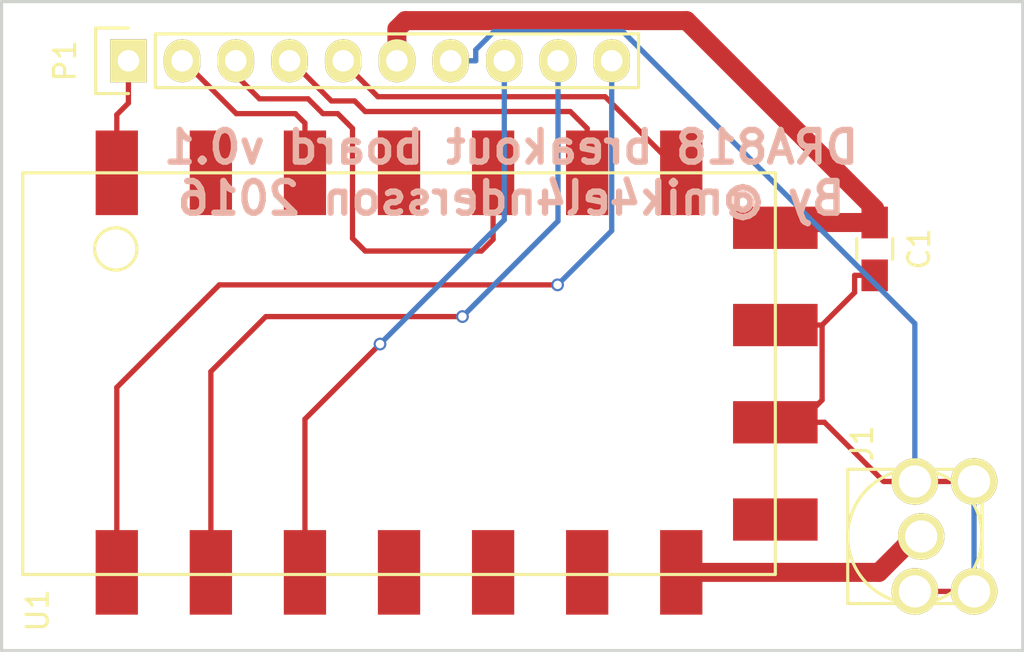
<source format=kicad_pcb>
(kicad_pcb (version 20171130) (host pcbnew "(5.1.12)-1")

  (general
    (thickness 1.6)
    (drawings 5)
    (tracks 78)
    (zones 0)
    (modules 4)
    (nets 12)
  )

  (page A4)
  (layers
    (0 F.Cu signal)
    (31 B.Cu signal)
    (32 B.Adhes user hide)
    (33 F.Adhes user hide)
    (34 B.Paste user hide)
    (35 F.Paste user hide)
    (36 B.SilkS user)
    (37 F.SilkS user hide)
    (38 B.Mask user)
    (39 F.Mask user)
    (40 Dwgs.User user)
    (41 Cmts.User user)
    (42 Eco1.User user)
    (43 Eco2.User user)
    (44 Edge.Cuts user)
    (45 Margin user)
    (46 B.CrtYd user)
    (47 F.CrtYd user)
    (48 B.Fab user)
    (49 F.Fab user)
  )

  (setup
    (last_trace_width 0.25)
    (user_trace_width 0.9)
    (trace_clearance 0.2)
    (zone_clearance 0.508)
    (zone_45_only no)
    (trace_min 0.2)
    (via_size 0.6)
    (via_drill 0.4)
    (via_min_size 0.4)
    (via_min_drill 0.3)
    (uvia_size 0.3)
    (uvia_drill 0.1)
    (uvias_allowed no)
    (uvia_min_size 0.2)
    (uvia_min_drill 0.1)
    (edge_width 0.15)
    (segment_width 0.2)
    (pcb_text_width 0.3)
    (pcb_text_size 1.5 1.5)
    (mod_edge_width 0.15)
    (mod_text_size 1 1)
    (mod_text_width 0.15)
    (pad_size 1.524 1.524)
    (pad_drill 0.762)
    (pad_to_mask_clearance 0.076)
    (aux_axis_origin 0 0)
    (visible_elements 7FFFFFFF)
    (pcbplotparams
      (layerselection 0x010f0_80000001)
      (usegerberextensions true)
      (usegerberattributes true)
      (usegerberadvancedattributes true)
      (creategerberjobfile true)
      (excludeedgelayer true)
      (linewidth 0.100000)
      (plotframeref false)
      (viasonmask false)
      (mode 1)
      (useauxorigin false)
      (hpglpennumber 1)
      (hpglpenspeed 20)
      (hpglpendiameter 15.000000)
      (psnegative false)
      (psa4output false)
      (plotreference true)
      (plotvalue true)
      (plotinvisibletext false)
      (padsonsilk false)
      (subtractmaskfromsilk false)
      (outputformat 1)
      (mirror false)
      (drillshape 0)
      (scaleselection 1)
      (outputdirectory "export/"))
  )

  (net 0 "")
  (net 1 VCC)
  (net 2 GND)
  (net 3 "Net-(J1-Pad1)")
  (net 4 "Net-(P1-Pad1)")
  (net 5 "Net-(P1-Pad2)")
  (net 6 "Net-(P1-Pad3)")
  (net 7 "Net-(P1-Pad4)")
  (net 8 "Net-(P1-Pad5)")
  (net 9 "Net-(P1-Pad8)")
  (net 10 "Net-(P1-Pad9)")
  (net 11 "Net-(P1-Pad10)")

  (net_class Default "This is the default net class."
    (clearance 0.2)
    (trace_width 0.25)
    (via_dia 0.6)
    (via_drill 0.4)
    (uvia_dia 0.3)
    (uvia_drill 0.1)
    (add_net GND)
    (add_net "Net-(J1-Pad1)")
    (add_net "Net-(P1-Pad1)")
    (add_net "Net-(P1-Pad10)")
    (add_net "Net-(P1-Pad2)")
    (add_net "Net-(P1-Pad3)")
    (add_net "Net-(P1-Pad4)")
    (add_net "Net-(P1-Pad5)")
    (add_net "Net-(P1-Pad8)")
    (add_net "Net-(P1-Pad9)")
    (add_net VCC)
  )

  (module Capacitors_SMD:C_0805_HandSoldering placed (layer F.Cu) (tedit 56A68437) (tstamp 56A6821F)
    (at 179.3 110.2 270)
    (descr "Capacitor SMD 0805, hand soldering")
    (tags "capacitor 0805")
    (path /56A5E66B)
    (attr smd)
    (fp_text reference C1 (at 0 -2.1 270) (layer F.SilkS)
      (effects (font (size 1 1) (thickness 0.15)))
    )
    (fp_text value "100nF X7R" (at -0.3 -3.8 270) (layer F.Fab)
      (effects (font (size 1 1) (thickness 0.15)))
    )
    (fp_line (start -0.5 0.85) (end 0.5 0.85) (layer F.SilkS) (width 0.15))
    (fp_line (start 0.5 -0.85) (end -0.5 -0.85) (layer F.SilkS) (width 0.15))
    (fp_line (start 2.3 -1) (end 2.3 1) (layer F.CrtYd) (width 0.05))
    (fp_line (start -2.3 -1) (end -2.3 1) (layer F.CrtYd) (width 0.05))
    (fp_line (start -2.3 1) (end 2.3 1) (layer F.CrtYd) (width 0.05))
    (fp_line (start -2.3 -1) (end 2.3 -1) (layer F.CrtYd) (width 0.05))
    (pad 1 smd rect (at -1.25 0 270) (size 1.5 1.25) (layers F.Cu F.Paste F.Mask)
      (net 1 VCC))
    (pad 2 smd rect (at 1.25 0 270) (size 1.5 1.25) (layers F.Cu F.Paste F.Mask)
      (net 2 GND))
    (model Capacitors_SMD.3dshapes/C_0805_HandSoldering.wrl
      (at (xyz 0 0 0))
      (scale (xyz 1 1 1))
      (rotate (xyz 0 0 0))
    )
  )

  (module Pin_Headers:Pin_Header_Straight_1x10 placed (layer F.Cu) (tedit 56A68456) (tstamp 56A6823B)
    (at 144 101.3 90)
    (descr "Through hole pin header")
    (tags "pin header")
    (path /56A5E964)
    (fp_text reference P1 (at 0 -3 90) (layer F.SilkS)
      (effects (font (size 1 1) (thickness 0.15)))
    )
    (fp_text value CONN_01X10 (at -1.9 12.3 180) (layer F.Fab)
      (effects (font (size 1 1) (thickness 0.15)))
    )
    (fp_line (start -1.55 -1.55) (end 1.55 -1.55) (layer F.SilkS) (width 0.15))
    (fp_line (start -1.55 0) (end -1.55 -1.55) (layer F.SilkS) (width 0.15))
    (fp_line (start 1.27 1.27) (end -1.27 1.27) (layer F.SilkS) (width 0.15))
    (fp_line (start 1.55 -1.55) (end 1.55 0) (layer F.SilkS) (width 0.15))
    (fp_line (start -1.27 24.13) (end -1.27 1.27) (layer F.SilkS) (width 0.15))
    (fp_line (start 1.27 24.13) (end -1.27 24.13) (layer F.SilkS) (width 0.15))
    (fp_line (start 1.27 1.27) (end 1.27 24.13) (layer F.SilkS) (width 0.15))
    (fp_line (start -1.75 24.65) (end 1.75 24.65) (layer F.CrtYd) (width 0.05))
    (fp_line (start -1.75 -1.75) (end 1.75 -1.75) (layer F.CrtYd) (width 0.05))
    (fp_line (start 1.75 -1.75) (end 1.75 24.65) (layer F.CrtYd) (width 0.05))
    (fp_line (start -1.75 -1.75) (end -1.75 24.65) (layer F.CrtYd) (width 0.05))
    (pad 1 thru_hole rect (at 0 0 90) (size 2.032 1.7272) (drill 1.016) (layers *.Cu *.Mask F.SilkS)
      (net 4 "Net-(P1-Pad1)"))
    (pad 2 thru_hole oval (at 0 2.54 90) (size 2.032 1.7272) (drill 1.016) (layers *.Cu *.Mask F.SilkS)
      (net 5 "Net-(P1-Pad2)"))
    (pad 3 thru_hole oval (at 0 5.08 90) (size 2.032 1.7272) (drill 1.016) (layers *.Cu *.Mask F.SilkS)
      (net 6 "Net-(P1-Pad3)"))
    (pad 4 thru_hole oval (at 0 7.62 90) (size 2.032 1.7272) (drill 1.016) (layers *.Cu *.Mask F.SilkS)
      (net 7 "Net-(P1-Pad4)"))
    (pad 5 thru_hole oval (at 0 10.16 90) (size 2.032 1.7272) (drill 1.016) (layers *.Cu *.Mask F.SilkS)
      (net 8 "Net-(P1-Pad5)"))
    (pad 6 thru_hole oval (at 0 12.7 90) (size 2.032 1.7272) (drill 1.016) (layers *.Cu *.Mask F.SilkS)
      (net 1 VCC))
    (pad 7 thru_hole oval (at 0 15.24 90) (size 2.032 1.7272) (drill 1.016) (layers *.Cu *.Mask F.SilkS)
      (net 2 GND))
    (pad 8 thru_hole oval (at 0 17.78 90) (size 2.032 1.7272) (drill 1.016) (layers *.Cu *.Mask F.SilkS)
      (net 9 "Net-(P1-Pad8)"))
    (pad 9 thru_hole oval (at 0 20.32 90) (size 2.032 1.7272) (drill 1.016) (layers *.Cu *.Mask F.SilkS)
      (net 10 "Net-(P1-Pad9)"))
    (pad 10 thru_hole oval (at 0 22.86 90) (size 2.032 1.7272) (drill 1.016) (layers *.Cu *.Mask F.SilkS)
      (net 11 "Net-(P1-Pad10)"))
    (model Pin_Headers.3dshapes/Pin_Header_Straight_1x10.wrl
      (offset (xyz 0 -11.42999982833862 0))
      (scale (xyz 1 1 1))
      (rotate (xyz 0 0 90))
    )
  )

  (module dra818v:dra818v placed (layer F.Cu) (tedit 56A68452) (tstamp 56A68257)
    (at 139 106.6)
    (path /56A6262B)
    (fp_text reference U1 (at 0.7 20.7 90) (layer F.SilkS)
      (effects (font (size 1 1) (thickness 0.15)))
    )
    (fp_text value DRA818V (at 18.3 9.6) (layer F.Fab)
      (effects (font (size 1 1) (thickness 0.15)))
    )
    (fp_line (start 35.6 0.18) (end 35.6 18.98) (layer F.SilkS) (width 0.15))
    (fp_line (start 0 19) (end 0 0) (layer F.SilkS) (width 0.15))
    (fp_line (start 35.6 19) (end 0 19) (layer F.SilkS) (width 0.15))
    (fp_line (start 35.6 0.2) (end 35.6 0) (layer F.SilkS) (width 0.15))
    (fp_line (start 0 0) (end 35.6 0) (layer F.SilkS) (width 0.15))
    (fp_circle (center 4.4 3.6) (end 3.4 3.6) (layer F.SilkS) (width 0.15))
    (pad 1 smd rect (at 4.45 0) (size 2 4) (layers F.Cu F.Paste F.Mask)
      (net 4 "Net-(P1-Pad1)"))
    (pad 2 smd rect (at 8.9 0) (size 2 4) (layers F.Cu F.Paste F.Mask))
    (pad 3 smd rect (at 13.35 0) (size 2 4) (layers F.Cu F.Paste F.Mask)
      (net 5 "Net-(P1-Pad2)"))
    (pad 4 smd rect (at 17.8 0) (size 2 4) (layers F.Cu F.Paste F.Mask))
    (pad 5 smd rect (at 22.25 0) (size 2 4) (layers F.Cu F.Paste F.Mask)
      (net 6 "Net-(P1-Pad3)"))
    (pad 6 smd rect (at 26.7 0) (size 2 4) (layers F.Cu F.Paste F.Mask)
      (net 7 "Net-(P1-Pad4)"))
    (pad 7 smd rect (at 31.15 0) (size 2 4) (layers F.Cu F.Paste F.Mask)
      (net 8 "Net-(P1-Pad5)"))
    (pad 18 smd rect (at 4.45 18.9) (size 2 4) (layers F.Cu F.Paste F.Mask)
      (net 11 "Net-(P1-Pad10)"))
    (pad 17 smd rect (at 8.9 18.9) (size 2 4) (layers F.Cu F.Paste F.Mask)
      (net 10 "Net-(P1-Pad9)"))
    (pad 16 smd rect (at 13.35 18.9) (size 2 4) (layers F.Cu F.Paste F.Mask)
      (net 9 "Net-(P1-Pad8)"))
    (pad 15 smd rect (at 17.8 18.9) (size 2 4) (layers F.Cu F.Paste F.Mask))
    (pad 14 smd rect (at 22.25 18.9) (size 2 4) (layers F.Cu F.Paste F.Mask))
    (pad 13 smd rect (at 26.7 18.9) (size 2 4) (layers F.Cu F.Paste F.Mask))
    (pad 12 smd rect (at 31.15 18.9) (size 2 4) (layers F.Cu F.Paste F.Mask)
      (net 3 "Net-(J1-Pad1)"))
    (pad 8 smd rect (at 35.6 2.6) (size 4 2) (layers F.Cu F.Paste F.Mask)
      (net 1 VCC))
    (pad 9 smd rect (at 35.6 7.2) (size 4 2) (layers F.Cu F.Paste F.Mask)
      (net 2 GND))
    (pad 10 smd rect (at 35.6 11.8) (size 4 2) (layers F.Cu F.Paste F.Mask)
      (net 2 GND))
    (pad 11 smd rect (at 35.6 16.4) (size 4 2) (layers F.Cu F.Paste F.Mask))
  )

  (module sma_female_top:sma_female_top placed (layer F.Cu) (tedit 56A7314F) (tstamp 56A6822D)
    (at 181.2 123.8 270)
    (path /56A5E8FF)
    (fp_text reference J1 (at -4.4 2.5 270) (layer F.SilkS)
      (effects (font (size 1 1) (thickness 0.15)))
    )
    (fp_text value "SMA female" (at 0.1 2.8 270) (layer F.Fab)
      (effects (font (size 1 1) (thickness 0.15)))
    )
    (fp_line (start 3.175 -3.175) (end -3.175 -3.175) (layer F.SilkS) (width 0.15))
    (fp_line (start 3.175 3.175) (end 3.175 -3.175) (layer F.SilkS) (width 0.15))
    (fp_line (start -3.175 3.175) (end 3.175 3.175) (layer F.SilkS) (width 0.15))
    (fp_line (start -3.175 -3.175) (end -3.175 3.175) (layer F.SilkS) (width 0.15))
    (fp_circle (center 0 0) (end 0 -3.175) (layer F.SilkS) (width 0.15))
    (pad 1 thru_hole circle (at 0 -0.3 270) (size 2.2 2.2) (drill 1.524) (layers *.Cu *.Mask F.SilkS)
      (net 3 "Net-(J1-Pad1)"))
    (pad 4 thru_hole circle (at 2.6 -2.8 270) (size 2.2 2.2) (drill 1.524) (layers *.Cu *.Mask F.SilkS)
      (net 2 GND))
    (pad 3 thru_hole circle (at -2.6 -2.8 270) (size 2.2 2.2) (drill 1.524) (layers *.Cu *.Mask F.SilkS)
      (net 2 GND))
    (pad 2 thru_hole circle (at -2.6 0 270) (size 2.2 2.2) (drill 1.524) (layers *.Cu *.Mask F.SilkS)
      (net 2 GND))
    (pad 5 thru_hole circle (at 2.6 0 270) (size 2.2 2.2) (drill 1.524) (layers *.Cu *.Mask F.SilkS)
      (net 2 GND))
  )

  (gr_text "DRA818 breakout board v0.1\nBy @mik4el4ndersson 2016" (at 162.1 106.6) (layer B.SilkS)
    (effects (font (size 1.5 1.5) (thickness 0.3)) (justify mirror))
  )
  (gr_line (start 186.3 129.2) (end 186.3 98.5) (angle 90) (layer Edge.Cuts) (width 0.15))
  (gr_line (start 138 98.5) (end 186.3 98.5) (angle 90) (layer Edge.Cuts) (width 0.15))
  (gr_line (start 138 129.2) (end 138 98.5) (angle 90) (layer Edge.Cuts) (width 0.15))
  (gr_line (start 138 129.2) (end 186.3 129.2) (angle 90) (layer Edge.Cuts) (width 0.15))

  (segment (start 156.7 101.3) (end 156.7 99.8) (width 0.9) (layer F.Cu) (net 1))
  (segment (start 156.7 99.8) (end 157.1 99.4) (width 0.9) (layer F.Cu) (net 1))
  (segment (start 157.1 99.4) (end 170.4 99.4) (width 0.9) (layer F.Cu) (net 1))
  (segment (start 170.4 99.4) (end 179.3 108.3) (width 0.9) (layer F.Cu) (net 1))
  (segment (start 179.3 108.3) (end 179.3 108.95) (width 0.9) (layer F.Cu) (net 1))
  (segment (start 179.3 108.95) (end 174.85 108.95) (width 0.9) (layer F.Cu) (net 1))
  (segment (start 174.85 108.95) (end 174.6 109.2) (width 0.9) (layer F.Cu) (net 1))
  (segment (start 159.24 101.3) (end 160.4287 101.3) (width 0.25) (layer B.Cu) (net 2))
  (segment (start 160.4287 101.3) (end 160.4287 100.7799) (width 0.25) (layer B.Cu) (net 2))
  (segment (start 160.4287 100.7799) (end 161.2856 99.923) (width 0.25) (layer B.Cu) (net 2))
  (segment (start 161.2856 99.923) (end 167.3929 99.923) (width 0.25) (layer B.Cu) (net 2))
  (segment (start 167.3929 99.923) (end 181.2 113.7301) (width 0.25) (layer B.Cu) (net 2))
  (segment (start 181.2 113.7301) (end 181.2 121.2) (width 0.25) (layer B.Cu) (net 2))
  (segment (start 175.7626 118.4) (end 176.8126 117.35) (width 0.25) (layer F.Cu) (net 2))
  (segment (start 176.8126 117.35) (end 176.8126 113.8) (width 0.25) (layer F.Cu) (net 2))
  (segment (start 179.3 111.45) (end 178.3499 111.45) (width 0.25) (layer F.Cu) (net 2))
  (segment (start 176.8126 113.8) (end 178.3499 112.2627) (width 0.25) (layer F.Cu) (net 2))
  (segment (start 178.3499 112.2627) (end 178.3499 111.45) (width 0.25) (layer F.Cu) (net 2))
  (segment (start 174.6 113.8) (end 176.8126 113.8) (width 0.25) (layer F.Cu) (net 2))
  (segment (start 175.7626 118.4) (end 176.9251 118.4) (width 0.25) (layer F.Cu) (net 2))
  (segment (start 174.6 118.4) (end 175.7626 118.4) (width 0.25) (layer F.Cu) (net 2))
  (segment (start 181.2 121.2) (end 179.7251 121.2) (width 0.25) (layer F.Cu) (net 2))
  (segment (start 179.7251 121.2) (end 176.9251 118.4) (width 0.25) (layer F.Cu) (net 2))
  (segment (start 184 121.2) (end 181.2 121.2) (width 0.25) (layer F.Cu) (net 2))
  (segment (start 184 121.2) (end 184 126.4) (width 0.25) (layer B.Cu) (net 2))
  (segment (start 181.2 126.4) (end 184 126.4) (width 0.25) (layer F.Cu) (net 2))
  (segment (start 180.5 124.5) (end 180.8 124.5) (width 0.25) (layer F.Cu) (net 3))
  (segment (start 180.8 124.5) (end 181.5 123.8) (width 0.25) (layer F.Cu) (net 3))
  (segment (start 180.5 124.5) (end 181.2 123.8) (width 0.9) (layer F.Cu) (net 3))
  (segment (start 170.15 125.5) (end 179.5 125.5) (width 0.9) (layer F.Cu) (net 3))
  (segment (start 179.5 125.5) (end 180.5 124.5) (width 0.9) (layer F.Cu) (net 3))
  (segment (start 144 101.3) (end 144 103.3) (width 0.25) (layer F.Cu) (net 4))
  (segment (start 144 103.3) (end 143.45 103.85) (width 0.25) (layer F.Cu) (net 4))
  (segment (start 143.45 103.85) (end 143.45 106.6) (width 0.25) (layer F.Cu) (net 4))
  (segment (start 146.54 101.3) (end 146.6 101.3) (width 0.25) (layer F.Cu) (net 5))
  (segment (start 146.6 101.3) (end 149.1 103.8) (width 0.25) (layer F.Cu) (net 5))
  (segment (start 149.1 103.8) (end 151.9 103.8) (width 0.25) (layer F.Cu) (net 5))
  (segment (start 151.9 103.8) (end 152.35 104.25) (width 0.25) (layer F.Cu) (net 5))
  (segment (start 152.35 104.25) (end 152.35 106.6) (width 0.25) (layer F.Cu) (net 5))
  (segment (start 149.08 101.3) (end 149.08 101.98) (width 0.25) (layer F.Cu) (net 6))
  (segment (start 149.08 101.98) (end 150.2 103.1) (width 0.25) (layer F.Cu) (net 6))
  (segment (start 150.2 103.1) (end 152.5 103.1) (width 0.25) (layer F.Cu) (net 6))
  (segment (start 152.5 103.1) (end 153.2 103.8) (width 0.25) (layer F.Cu) (net 6))
  (segment (start 153.2 103.8) (end 153.9 103.8) (width 0.25) (layer F.Cu) (net 6))
  (segment (start 153.9 103.8) (end 154.6 104.5) (width 0.25) (layer F.Cu) (net 6))
  (segment (start 154.6 104.5) (end 154.6 109.7) (width 0.25) (layer F.Cu) (net 6))
  (segment (start 154.6 109.7) (end 155.2 110.3) (width 0.25) (layer F.Cu) (net 6))
  (segment (start 155.2 110.3) (end 160.7 110.3) (width 0.25) (layer F.Cu) (net 6))
  (segment (start 160.7 110.3) (end 161.25 109.75) (width 0.25) (layer F.Cu) (net 6))
  (segment (start 161.25 109.75) (end 161.25 106.6) (width 0.25) (layer F.Cu) (net 6))
  (segment (start 151.62 101.3) (end 151.7 101.3) (width 0.25) (layer F.Cu) (net 7))
  (segment (start 151.7 101.3) (end 153.6 103.2) (width 0.25) (layer F.Cu) (net 7))
  (segment (start 153.6 103.2) (end 154.7 103.2) (width 0.25) (layer F.Cu) (net 7))
  (segment (start 154.7 103.2) (end 155.2 103.7) (width 0.25) (layer F.Cu) (net 7))
  (segment (start 155.2 103.7) (end 164.9 103.7) (width 0.25) (layer F.Cu) (net 7))
  (segment (start 164.9 103.7) (end 165.7 104.5) (width 0.25) (layer F.Cu) (net 7))
  (segment (start 165.7 104.5) (end 165.7 106.6) (width 0.25) (layer F.Cu) (net 7))
  (segment (start 154.16 101.3) (end 154.16 101.36) (width 0.25) (layer F.Cu) (net 8))
  (segment (start 154.16 101.36) (end 155.8 103) (width 0.25) (layer F.Cu) (net 8))
  (segment (start 155.8 103) (end 166.55 103) (width 0.25) (layer F.Cu) (net 8))
  (segment (start 166.55 103) (end 170.15 106.6) (width 0.25) (layer F.Cu) (net 8))
  (segment (start 155.9 114.7) (end 152.35 118.25) (width 0.25) (layer F.Cu) (net 9))
  (segment (start 152.35 118.25) (end 152.35 125.5) (width 0.25) (layer F.Cu) (net 9))
  (segment (start 161.78 101.3) (end 161.78 108.82) (width 0.25) (layer B.Cu) (net 9))
  (segment (start 161.78 108.82) (end 155.9 114.7) (width 0.25) (layer B.Cu) (net 9))
  (via (at 155.9 114.7) (size 0.6) (layers F.Cu B.Cu) (net 9))
  (segment (start 159.8 113.4) (end 150.5 113.4) (width 0.25) (layer F.Cu) (net 10))
  (segment (start 150.5 113.4) (end 147.9 116) (width 0.25) (layer F.Cu) (net 10))
  (segment (start 147.9 116) (end 147.9 125.5) (width 0.25) (layer F.Cu) (net 10))
  (segment (start 164.32 101.3) (end 164.32 108.88) (width 0.25) (layer B.Cu) (net 10))
  (segment (start 164.32 108.88) (end 159.8 113.4) (width 0.25) (layer B.Cu) (net 10))
  (via (at 159.8 113.4) (size 0.6) (layers F.Cu B.Cu) (net 10))
  (segment (start 166.86 101.3) (end 166.86 109.34) (width 0.25) (layer B.Cu) (net 11))
  (segment (start 166.86 109.34) (end 164.3 111.9) (width 0.25) (layer B.Cu) (net 11))
  (segment (start 164.3 111.9) (end 148.3 111.9) (width 0.25) (layer F.Cu) (net 11))
  (segment (start 148.3 111.9) (end 143.45 116.75) (width 0.25) (layer F.Cu) (net 11))
  (segment (start 143.45 116.75) (end 143.45 125.5) (width 0.25) (layer F.Cu) (net 11))
  (via (at 164.3 111.9) (size 0.6) (layers F.Cu B.Cu) (net 11))

)

</source>
